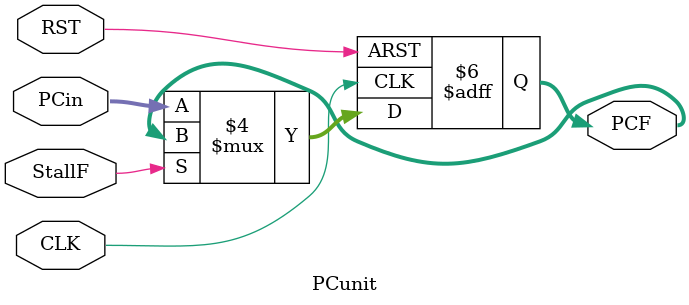
<source format=v>
module PCunit
(
    input   wire                CLK, 
    input   wire                RST, 
    input   wire                StallF, 
    input   wire    [31:0]      PCin,
    output  reg     [31:0]      PCF
);

always @(posedge CLK, negedge RST) 
begin
    if (!RST) 
    begin
        PCF <= 0;
    end
    else if (!StallF)
    begin
        PCF <= PCin;
    end
end

endmodule
</source>
